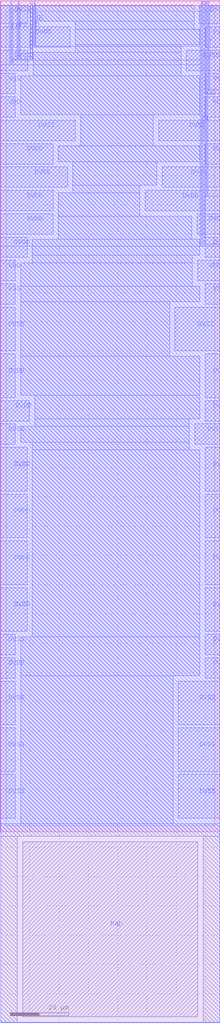
<source format=lef>
VERSION 5.7 ;
  NOWIREEXTENSIONATPIN ON ;
  DIVIDERCHAR "/" ;
  BUSBITCHARS "[]" ;
MACRO gf180mcu_ocd_io__bi_24t
  CLASS PAD INOUT ;
  FOREIGN gf180mcu_ocd_io__bi_24t ;
  ORIGIN 0.000 0.000 ;
  SIZE 75.000 BY 350.000 ;
  SYMMETRY X Y R90 ;
  SITE GF_IO_Site ;
  PIN A
    DIRECTION INPUT ;
    USE SIGNAL ;
    ANTENNAGATEAREA 0.504000 ;
    ANTENNADIFFAREA 1.000000 ;
    PORT
      LAYER Metal2 ;
        RECT 69.400 266.830 69.780 349.760 ;
    END
  END A
  PIN CS
    DIRECTION INPUT ;
    USE SIGNAL ;
    ANTENNAGATEAREA 0.504000 ;
    ANTENNADIFFAREA 1.000000 ;
    PORT
      LAYER Metal2 ;
        RECT 3.360 328.305 3.740 349.760 ;
    END
  END CS
  PIN DVDD
    DIRECTION INOUT ;
    USE POWER ;
    PORT
      LAYER Metal3 ;
        RECT 0.000 118.000 5.000 125.000 ;
    END
    PORT
      LAYER Metal3 ;
        RECT 0.000 134.000 9.050 149.000 ;
    END
    PORT
      LAYER Metal3 ;
        RECT 0.000 150.000 9.050 165.000 ;
    END
    PORT
      LAYER Metal3 ;
        RECT 0.000 166.000 9.050 181.000 ;
    END
    PORT
      LAYER Metal3 ;
        RECT 0.000 182.000 9.050 197.000 ;
    END
    PORT
      LAYER Metal3 ;
        RECT 0.000 206.000 9.815 213.000 ;
    END
    PORT
      LAYER Metal3 ;
        RECT 0.000 214.000 5.000 229.000 ;
    END
    PORT
      LAYER Metal3 ;
        RECT 0.000 262.000 9.070 269.000 ;
    END
    PORT
      LAYER Metal3 ;
        RECT 0.000 270.000 17.930 277.000 ;
    END
    PORT
      LAYER Metal3 ;
        RECT 0.000 278.000 17.930 285.000 ;
    END
    PORT
      LAYER Metal3 ;
        RECT 0.000 294.000 17.930 301.000 ;
    END
    PORT
      LAYER Metal3 ;
        RECT 0.000 334.000 23.760 341.000 ;
    END
    PORT
      LAYER Metal3 ;
        RECT 70.000 118.000 75.000 125.000 ;
    END
    PORT
      LAYER Metal3 ;
        RECT 70.000 134.000 75.000 149.000 ;
    END
    PORT
      LAYER Metal3 ;
        RECT 70.000 150.000 75.000 165.000 ;
    END
    PORT
      LAYER Metal3 ;
        RECT 70.000 166.000 75.000 181.000 ;
    END
    PORT
      LAYER Metal3 ;
        RECT 70.000 182.000 75.000 197.000 ;
    END
    PORT
      LAYER Metal3 ;
        RECT 70.000 206.000 75.000 213.000 ;
    END
    PORT
      LAYER Metal3 ;
        RECT 70.000 214.000 75.000 229.000 ;
    END
    PORT
      LAYER Metal3 ;
        RECT 70.000 262.000 75.000 269.000 ;
    END
    PORT
      LAYER Metal3 ;
        RECT 67.195 270.000 75.000 277.000 ;
    END
    PORT
      LAYER Metal3 ;
        RECT 49.445 278.000 75.000 285.000 ;
    END
    PORT
      LAYER Metal3 ;
        RECT 70.000 294.000 75.000 301.000 ;
    END
    PORT
      LAYER Metal3 ;
        RECT 70.000 334.000 75.000 341.000 ;
    END
  END DVDD
  PIN DVSS
    DIRECTION INOUT ;
    USE GROUND ;
    PORT
      LAYER Metal3 ;
        RECT 0.000 70.000 5.000 85.000 ;
    END
    PORT
      LAYER Metal3 ;
        RECT 0.000 86.000 5.000 101.000 ;
    END
    PORT
      LAYER Metal3 ;
        RECT 0.000 102.000 5.000 117.000 ;
    END
    PORT
      LAYER Metal3 ;
        RECT 0.000 126.000 5.000 133.000 ;
    END
    PORT
      LAYER Metal3 ;
        RECT 0.000 198.000 5.000 205.000 ;
    END
    PORT
      LAYER Metal3 ;
        RECT 0.000 230.000 5.000 245.000 ;
    END
    PORT
      LAYER Metal3 ;
        RECT 0.000 286.000 22.880 293.000 ;
    END
    PORT
      LAYER Metal3 ;
        RECT 0.000 302.000 25.555 309.000 ;
    END
    PORT
      LAYER Metal3 ;
        RECT 0.000 326.000 9.320 333.000 ;
    END
    PORT
      LAYER Metal3 ;
        RECT 0.000 342.000 9.320 348.390 ;
    END
    PORT
      LAYER Metal3 ;
        RECT 60.845 70.000 75.000 85.000 ;
    END
    PORT
      LAYER Metal3 ;
        RECT 60.845 86.000 75.000 101.000 ;
    END
    PORT
      LAYER Metal3 ;
        RECT 60.845 102.000 75.000 117.000 ;
    END
    PORT
      LAYER Metal3 ;
        RECT 70.000 126.000 75.000 133.000 ;
    END
    PORT
      LAYER Metal3 ;
        RECT 66.375 198.000 75.000 205.000 ;
    END
    PORT
      LAYER Metal3 ;
        RECT 59.650 230.000 75.000 245.000 ;
    END
    PORT
      LAYER Metal3 ;
        RECT 55.255 286.000 75.000 293.000 ;
    END
    PORT
      LAYER Metal3 ;
        RECT 54.080 302.000 75.000 309.000 ;
    END
    PORT
      LAYER Metal3 ;
        RECT 63.580 326.000 75.000 333.000 ;
    END
    PORT
      LAYER Metal3 ;
        RECT 68.000 342.000 75.000 348.390 ;
    END
  END DVSS
  PIN IE
    DIRECTION INPUT ;
    USE SIGNAL ;
    ANTENNAGATEAREA 0.504000 ;
    ANTENNADIFFAREA 1.000000 ;
    PORT
      LAYER Metal2 ;
        RECT 11.385 334.680 11.765 349.760 ;
    END
  END IE
  PIN OE
    DIRECTION INPUT ;
    USE SIGNAL ;
    ANTENNAGATEAREA 2.016000 ;
    ANTENNADIFFAREA 7.776000 ;
    PORT
      LAYER Metal2 ;
        RECT 70.130 283.205 70.510 349.760 ;
    END
  END OE
  PIN PAD
    DIRECTION INOUT ;
    USE SIGNAL ;
    ANTENNADIFFAREA 335.279999 ;
    PORT
      LAYER Metal3 ;
        RECT 7.500 2.000 67.500 62.000 ;
    END
  END PAD
  PIN PD
    DIRECTION INPUT ;
    USE SIGNAL ;
    ANTENNAGATEAREA 1.512000 ;
    ANTENNADIFFAREA 1.000000 ;
    PORT
      LAYER Metal2 ;
        RECT 10.330 329.860 10.710 349.760 ;
    END
  END PD
  PIN PU
    DIRECTION INPUT ;
    USE SIGNAL ;
    ANTENNAGATEAREA 1.008000 ;
    ANTENNADIFFAREA 1.795000 ;
    PORT
      LAYER Metal2 ;
        RECT 5.965 330.180 6.345 349.760 ;
    END
  END PU
  PIN SL
    DIRECTION INPUT ;
    USE SIGNAL ;
    ANTENNAGATEAREA 0.504000 ;
    ANTENNADIFFAREA 1.000000 ;
    PORT
      LAYER Metal2 ;
        RECT 68.670 266.100 69.050 349.760 ;
    END
  END SL
  PIN VDD
    DIRECTION INOUT ;
    USE POWER ;
    PORT
      LAYER Metal3 ;
        RECT 0.000 254.000 5.000 261.000 ;
    END
    PORT
      LAYER Metal3 ;
        RECT 0.000 310.000 5.000 317.000 ;
    END
    PORT
      LAYER Metal3 ;
        RECT 67.385 254.000 75.000 261.000 ;
    END
    PORT
      LAYER Metal3 ;
        RECT 70.000 310.000 75.000 317.000 ;
    END
  END VDD
  PIN VSS
    DIRECTION INOUT ;
    USE GROUND ;
    PORT
      LAYER Metal3 ;
        RECT 0.000 246.000 5.000 253.000 ;
    END
    PORT
      LAYER Metal3 ;
        RECT 0.000 318.000 5.000 325.000 ;
    END
    PORT
      LAYER Metal3 ;
        RECT 70.000 246.000 75.000 253.000 ;
    END
    PORT
      LAYER Metal3 ;
        RECT 70.000 318.000 75.000 325.000 ;
    END
  END VSS
  PIN Y
    DIRECTION OUTPUT ;
    USE SIGNAL ;
    ANTENNADIFFAREA 3.240000 ;
    PORT
      LAYER Metal2 ;
        RECT 70.860 319.660 71.240 349.760 ;
    END
  END Y
  OBS
      LAYER Nwell ;
        RECT 1.805 67.400 73.195 346.295 ;
      LAYER Metal1 ;
        RECT -0.160 65.450 75.160 349.785 ;
      LAYER Metal2 ;
        RECT 0.000 328.005 3.060 348.135 ;
        RECT 4.040 329.880 5.665 348.135 ;
        RECT 6.645 329.880 10.030 348.135 ;
        RECT 4.040 329.560 10.030 329.880 ;
        RECT 11.010 334.380 11.085 348.135 ;
        RECT 12.065 334.380 68.370 348.135 ;
        RECT 11.010 329.560 68.370 334.380 ;
        RECT 4.040 328.005 68.370 329.560 ;
        RECT 0.000 265.800 68.370 328.005 ;
        RECT 71.540 319.360 75.000 348.135 ;
        RECT 70.810 282.905 75.000 319.360 ;
        RECT 70.080 266.530 75.000 282.905 ;
        RECT 69.350 265.800 75.000 266.530 ;
        RECT 0.000 0.000 75.000 265.800 ;
      LAYER Metal3 ;
        RECT 11.120 342.800 66.200 348.390 ;
        RECT 25.560 340.200 66.200 342.800 ;
        RECT 25.560 334.800 68.200 340.200 ;
        RECT 25.560 332.200 61.780 334.800 ;
        RECT 11.120 324.200 61.780 332.200 ;
        RECT 6.800 310.800 68.200 324.200 ;
        RECT 27.355 300.200 52.280 310.800 ;
        RECT 19.730 294.800 68.200 300.200 ;
        RECT 24.680 286.800 53.455 294.800 ;
        RECT 24.680 284.200 47.645 286.800 ;
        RECT 19.730 276.200 47.645 284.200 ;
        RECT 19.730 268.200 65.395 276.200 ;
        RECT 10.870 262.800 68.200 268.200 ;
        RECT 10.870 260.200 65.585 262.800 ;
        RECT 6.800 252.200 65.585 260.200 ;
        RECT 6.800 246.800 68.200 252.200 ;
        RECT 6.800 228.200 57.850 246.800 ;
        RECT 6.800 214.800 68.200 228.200 ;
        RECT 11.615 206.800 68.200 214.800 ;
        RECT 11.615 204.200 64.575 206.800 ;
        RECT 6.800 198.800 64.575 204.200 ;
        RECT 10.850 196.200 64.575 198.800 ;
        RECT 10.850 132.200 68.200 196.200 ;
        RECT 6.800 118.800 68.200 132.200 ;
        RECT 6.800 68.200 59.045 118.800 ;
        RECT 0.070 63.800 74.930 68.200 ;
        RECT 0.070 0.200 5.700 63.800 ;
        RECT 69.300 0.200 74.930 63.800 ;
        RECT 0.070 0.000 74.930 0.200 ;
  END
END gf180mcu_ocd_io__bi_24t
END LIBRARY


</source>
